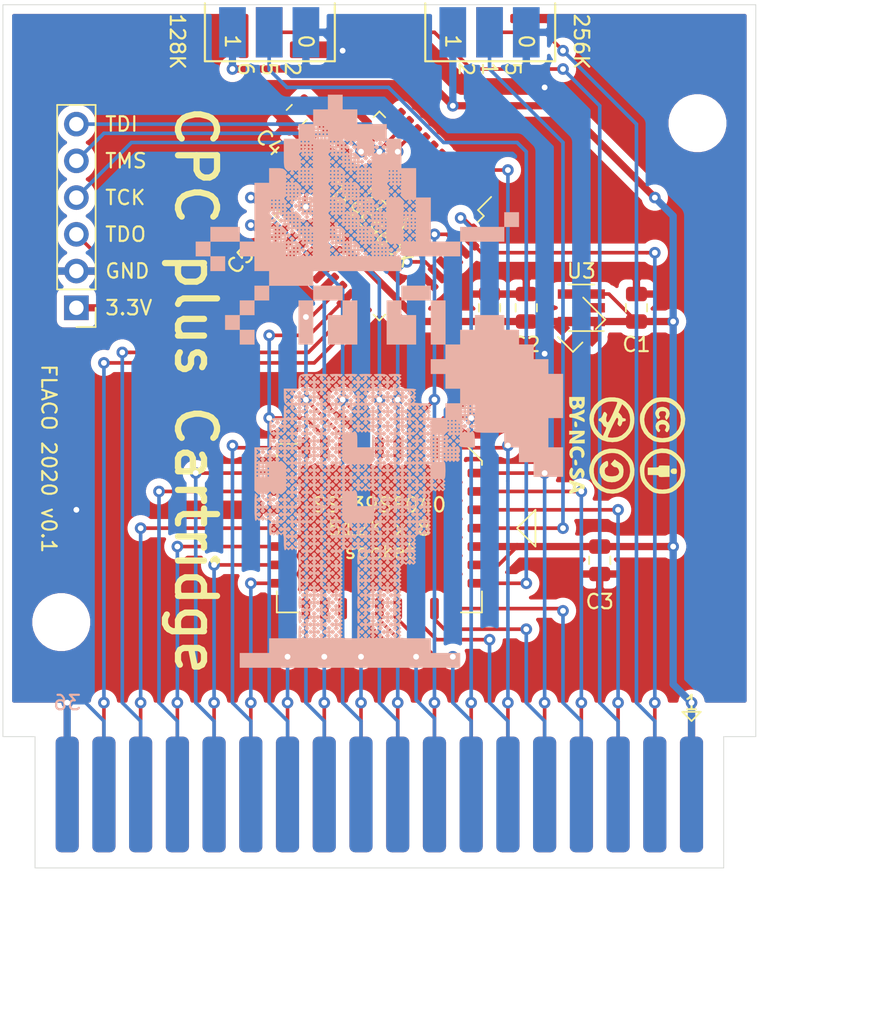
<source format=kicad_pcb>
(kicad_pcb (version 20171130) (host pcbnew 5.1.9-73d0e3b20d~88~ubuntu20.04.1)
  (layers (0 F.Cu signal) (31 B.Cu signal) (34 B.Paste user) (35 F.Paste user) (36 B.SilkS user) (37 F.SilkS user) (38 B.Mask user) (39 F.Mask user) (44 Edge.Cuts user))
  (net 0 "")
  (net 1 GND)
  (net 2 /CCLR)
  (net 3 /SIN)
  (net 4 /D3)
  (net 5 /D2)
  (net 6 /D4)
  (net 7 /D1)
  (net 8 /D5)
  (net 9 /D0)
  (net 10 /D6)
  (net 11 /A0)
  (net 12 /D7)
  (net 13 /A1)
  (net 14 /_CE)
  (net 15 /A2)
  (net 16 /A10)
  (net 17 /A3)
  (net 18 /A4)
  (net 19 /A11)
  (net 20 /A5)
  (net 21 /A9)
  (net 22 /A6)
  (net 23 /A8)
  (net 24 /A7)
  (net 25 /A13)
  (net 26 /A12)
  (net 27 /A14)
  (net 28 /A15)
  (net 29 /A17)
  (net 30 /A16)
  (net 31 /A18)
  (net 32 /CLK4)
  (net 33 +5V)
  (net 34 +3V3)
  (net 35 /TMS)
  (net 36 /TDI)
  (net 37 /TDO)
  (net 38 /TCK)
  (net 39 /ROMA17)
  (net 40 /ROMA18)
  (module Package_LCC:PLCC-32_11.4x14.0mm_P1.27mm (layer F.Cu) (at 153.67 111.125 270)
    (fp_text reference U1 hide)
    (fp_text value SST39SF040)
    (pad 32 smd roundrect (at 1.27 -6.8375 270) (size 0.6 1.475) (layers F.Cu F.Paste F.Mask) (net 33 +5V))
    (pad 31 smd roundrect (at 2.54 -6.8375 270) (size 0.6 1.475) (layers F.Cu F.Paste F.Mask) (net 33 +5V))
    (pad 30 smd roundrect (at 3.81 -6.8375 270) (size 0.6 1.475) (layers F.Cu F.Paste F.Mask) (net 39 /ROMA17))
    (pad 29 smd roundrect (at 5.5625 -5.08 270) (size 1.475 0.6) (layers F.Cu F.Paste F.Mask) (net 27 /A14))
    (pad 28 smd roundrect (at 5.5625 -3.81 270) (size 1.475 0.6) (layers F.Cu F.Paste F.Mask) (net 25 /A13))
    (pad 27 smd roundrect (at 5.5625 -2.54 270) (size 1.475 0.6) (layers F.Cu F.Paste F.Mask) (net 23 /A8))
    (pad 26 smd roundrect (at 5.5625 -1.27 270) (size 1.475 0.6) (layers F.Cu F.Paste F.Mask) (net 21 /A9))
    (pad 25 smd roundrect (at 5.5625 0 270) (size 1.475 0.6) (layers F.Cu F.Paste F.Mask) (net 19 /A11))
    (pad 24 smd roundrect (at 5.5625 1.27 270) (size 1.475 0.6) (layers F.Cu F.Paste F.Mask) (net 1 GND))
    (pad 23 smd roundrect (at 5.5625 2.54 270) (size 1.475 0.6) (layers F.Cu F.Paste F.Mask) (net 16 /A10))
    (pad 22 smd roundrect (at 5.5625 3.81 270) (size 1.475 0.6) (layers F.Cu F.Paste F.Mask) (net 14 /_CE))
    (pad 21 smd roundrect (at 5.5625 5.08 270) (size 1.475 0.6) (layers F.Cu F.Paste F.Mask) (net 12 /D7))
    (pad 20 smd roundrect (at 3.81 6.8375 270) (size 0.6 1.475) (layers F.Cu F.Paste F.Mask) (net 10 /D6))
    (pad 19 smd roundrect (at 2.54 6.8375 270) (size 0.6 1.475) (layers F.Cu F.Paste F.Mask) (net 8 /D5))
    (pad 18 smd roundrect (at 1.27 6.8375 270) (size 0.6 1.475) (layers F.Cu F.Paste F.Mask) (net 6 /D4))
    (pad 17 smd roundrect (at 0 6.8375 270) (size 0.6 1.475) (layers F.Cu F.Paste F.Mask) (net 4 /D3))
    (pad 16 smd roundrect (at -1.27 6.8375 270) (size 0.6 1.475) (layers F.Cu F.Paste F.Mask) (net 1 GND))
    (pad 15 smd roundrect (at -2.54 6.8375 270) (size 0.6 1.475) (layers F.Cu F.Paste F.Mask) (net 5 /D2))
    (pad 14 smd roundrect (at -3.81 6.8375 270) (size 0.6 1.475) (layers F.Cu F.Paste F.Mask) (net 7 /D1))
    (pad 13 smd roundrect (at -5.5625 5.08 270) (size 1.475 0.6) (layers F.Cu F.Paste F.Mask) (net 9 /D0))
    (pad 12 smd roundrect (at -5.5625 3.81 270) (size 1.475 0.6) (layers F.Cu F.Paste F.Mask) (net 11 /A0))
    (pad 11 smd roundrect (at -5.5625 2.54 270) (size 1.475 0.6) (layers F.Cu F.Paste F.Mask) (net 13 /A1))
    (pad 10 smd roundrect (at -5.5625 1.27 270) (size 1.475 0.6) (layers F.Cu F.Paste F.Mask) (net 15 /A2))
    (pad 9 smd roundrect (at -5.5625 0 270) (size 1.475 0.6) (layers F.Cu F.Paste F.Mask) (net 17 /A3))
    (pad 8 smd roundrect (at -5.5625 -1.27 270) (size 1.475 0.6) (layers F.Cu F.Paste F.Mask) (net 18 /A4))
    (pad 7 smd roundrect (at -5.5625 -2.54 270) (size 1.475 0.6) (layers F.Cu F.Paste F.Mask) (net 20 /A5))
    (pad 6 smd roundrect (at -5.5625 -3.81 270) (size 1.475 0.6) (layers F.Cu F.Paste F.Mask) (net 22 /A6))
    (pad 5 smd roundrect (at -5.5625 -5.08 270) (size 1.475 0.6) (layers F.Cu F.Paste F.Mask) (net 24 /A7))
    (pad 4 smd roundrect (at -3.81 -6.8375 270) (size 0.6 1.475) (layers F.Cu F.Paste F.Mask) (net 26 /A12))
    (pad 3 smd roundrect (at -2.54 -6.8375 270) (size 0.6 1.475) (layers F.Cu F.Paste F.Mask) (net 28 /A15))
    (pad 2 smd roundrect (at -1.27 -6.8375 270) (size 0.6 1.475) (layers F.Cu F.Paste F.Mask) (net 30 /A16))
    (pad 1 smd roundrect (at 0 -6.8375 270) (size 0.6 1.475) (layers F.Cu F.Paste F.Mask) (net 40 /ROMA18))
  )
  (module MountingHole:MountingHole_3mm (layer F.Cu) (at 131.67 117.62)
    (fp_text reference H2 hide)
    (fp_text value MountingHole)
    (pad 1 np_thru_hole circle (at 0 0) (size 3 3) (drill 3) (layers *.Cu *.Mask))
  )
  (module MountingHole:MountingHole_3mm (layer F.Cu) (at 175.67 83.12)
    (fp_text reference H1 hide)
    (fp_text value MountingHole)
    (pad 1 np_thru_hole circle (at 0 0) (size 3 3) (drill 3) (layers *.Cu *.Mask))
  )
  (module Sassa:PIC_Cassepanards_GS (layer B.Cu) (at 153.67 100.965 180)
    (fp_text reference FID2 hide)
    (fp_text value Logo hide)
  )
  (module Sassa:CC_BY_NC_SA_square_silkscreen (layer F.Cu) (at 170.815 105.41 270)
    (fp_text reference FID1 hide)
    (fp_text value License hide)
  )
  (module Sassa:Jumper_4_SPTT_P2.54mm_Edgemount (layer F.Cu) (at 161.29 76.835 180)
    (fp_text reference JP2 hide)
    (fp_text value 256k)
    (pad 4 smd rect (at 0 0 180) (size 1.846667 3.48) (layers F.Cu F.Paste F.Mask) (net 31 /A18))
    (pad 3 smd rect (at 2.54 0 180) (size 1.846667 3.48) (layers B.Cu B.Paste B.Mask) (net 33 +5V))
    (pad 1 smd rect (at 0 0 180) (size 1.846667 3.48) (layers B.Cu B.Paste B.Mask) (net 40 /ROMA18))
    (pad 2 smd rect (at -2.54 0 180) (size 1.846667 3.48) (layers B.Cu B.Paste B.Mask) (net 1 GND))
  )
  (module Sassa:Jumper_4_SPTT_P2.54mm_Edgemount (layer F.Cu) (at 146.05 76.835 180)
    (fp_text reference JP1 hide)
    (fp_text value 128k)
    (pad 4 smd rect (at 0 0 180) (size 1.846667 3.48) (layers F.Cu F.Paste F.Mask) (net 29 /A17))
    (pad 3 smd rect (at 2.54 0 180) (size 1.846667 3.48) (layers B.Cu B.Paste B.Mask) (net 33 +5V))
    (pad 1 smd rect (at 0 0 180) (size 1.846667 3.48) (layers B.Cu B.Paste B.Mask) (net 39 /ROMA17))
    (pad 2 smd rect (at -2.54 0 180) (size 1.846667 3.48) (layers B.Cu B.Paste B.Mask) (net 1 GND))
  )
  (module Package_TO_SOT_SMD:SOT-23 (layer F.Cu) (at 167.64 97.282 315)
    (fp_text reference U4 hide)
    (fp_text value XC6206PxxxMR)
    (pad 3 smd rect (at 1 0 315) (size 0.9 0.8) (layers F.Cu F.Paste F.Mask) (net 33 +5V))
    (pad 2 smd rect (at -1 0.95 315) (size 0.9 0.8) (layers F.Cu F.Paste F.Mask) (net 34 +3V3))
    (pad 1 smd rect (at -1 -0.95 315) (size 0.9 0.8) (layers F.Cu F.Paste F.Mask) (net 1 GND))
  )
  (module Package_TO_SOT_SMD:SOT-23-5 (layer F.Cu) (at 167.64 95.885 180)
    (fp_text reference U3 (at 0 2.54 unlocked) (layer F.SilkS))
    (fp_text value SPX3819M5-L-3-3)
    (pad 5 smd rect (at 1.1 -0.95 180) (size 1.06 0.65) (layers F.Cu F.Paste F.Mask) (net 34 +3V3))
    (pad 4 smd rect (at 1.1 0.95 180) (size 1.06 0.65) (layers F.Cu F.Paste F.Mask))
    (pad 3 smd rect (at -1.1 0.95 180) (size 1.06 0.65) (layers F.Cu F.Paste F.Mask) (net 33 +5V))
    (pad 2 smd rect (at -1.1 0 180) (size 1.06 0.65) (layers F.Cu F.Paste F.Mask) (net 1 GND))
    (pad 1 smd rect (at -1.1 -0.95 180) (size 1.06 0.65) (layers F.Cu F.Paste F.Mask) (net 33 +5V))
  )
  (module Package_QFP:LQFP-44_10x10mm_P0.8mm (layer F.Cu) (at 153.67 89.535 225)
    (fp_text reference U2 hide)
    (fp_text value XC9536XL-VQ44)
    (pad 1 smd roundrect (at -5.6625 -4 225) (size 1.475 0.55) (layers F.Cu F.Paste F.Mask))
    (pad 2 smd roundrect (at -5.6625 -3.2 225) (size 1.475 0.55) (layers F.Cu F.Paste F.Mask) (net 24 /A7))
    (pad 3 smd roundrect (at -5.6625 -2.4 225) (size 1.475 0.55) (layers F.Cu F.Paste F.Mask))
    (pad 4 smd roundrect (at -5.6625 -1.6 225) (size 1.475 0.55) (layers F.Cu F.Paste F.Mask) (net 1 GND))
    (pad 5 smd roundrect (at -5.6625 -0.8 225) (size 1.475 0.55) (layers F.Cu F.Paste F.Mask))
    (pad 6 smd roundrect (at -5.6625 0 225) (size 1.475 0.55) (layers F.Cu F.Paste F.Mask))
    (pad 7 smd roundrect (at -5.6625 0.8 225) (size 1.475 0.55) (layers F.Cu F.Paste F.Mask))
    (pad 8 smd roundrect (at -5.6625 1.6 225) (size 1.475 0.55) (layers F.Cu F.Paste F.Mask))
    (pad 9 smd roundrect (at -5.6625 2.4 225) (size 1.475 0.55) (layers F.Cu F.Paste F.Mask) (net 36 /TDI))
    (pad 10 smd roundrect (at -5.6625 3.2 225) (size 1.475 0.55) (layers F.Cu F.Paste F.Mask) (net 35 /TMS))
    (pad 11 smd roundrect (at -5.6625 4 225) (size 1.475 0.55) (layers F.Cu F.Paste F.Mask) (net 38 /TCK))
    (pad 12 smd roundrect (at -4 5.6625 225) (size 0.55 1.475) (layers F.Cu F.Paste F.Mask))
    (pad 13 smd roundrect (at -3.2 5.6625 225) (size 0.55 1.475) (layers F.Cu F.Paste F.Mask))
    (pad 14 smd roundrect (at -2.4 5.6625 225) (size 0.55 1.475) (layers F.Cu F.Paste F.Mask))
    (pad 15 smd roundrect (at -1.6 5.6625 225) (size 0.55 1.475) (layers F.Cu F.Paste F.Mask) (net 34 +3V3))
    (pad 16 smd roundrect (at -0.8 5.6625 225) (size 0.55 1.475) (layers F.Cu F.Paste F.Mask))
    (pad 17 smd roundrect (at 0 5.6625 225) (size 0.55 1.475) (layers F.Cu F.Paste F.Mask) (net 1 GND))
    (pad 18 smd roundrect (at 0.8 5.6625 225) (size 0.55 1.475) (layers F.Cu F.Paste F.Mask))
    (pad 19 smd roundrect (at 1.6 5.6625 225) (size 0.55 1.475) (layers F.Cu F.Paste F.Mask))
    (pad 20 smd roundrect (at 2.4 5.6625 225) (size 0.55 1.475) (layers F.Cu F.Paste F.Mask) (net 17 /A3))
    (pad 21 smd roundrect (at 3.2 5.6625 225) (size 0.55 1.475) (layers F.Cu F.Paste F.Mask))
    (pad 22 smd roundrect (at 4 5.6625 225) (size 0.55 1.475) (layers F.Cu F.Paste F.Mask) (net 15 /A2))
    (pad 23 smd roundrect (at 5.6625 4 225) (size 1.475 0.55) (layers F.Cu F.Paste F.Mask) (net 14 /_CE))
    (pad 24 smd roundrect (at 5.6625 3.2 225) (size 1.475 0.55) (layers F.Cu F.Paste F.Mask) (net 37 /TDO))
    (pad 25 smd roundrect (at 5.6625 2.4 225) (size 1.475 0.55) (layers F.Cu F.Paste F.Mask) (net 1 GND))
    (pad 26 smd roundrect (at 5.6625 1.6 225) (size 1.475 0.55) (layers F.Cu F.Paste F.Mask) (net 34 +3V3))
    (pad 27 smd roundrect (at 5.6625 0.8 225) (size 1.475 0.55) (layers F.Cu F.Paste F.Mask))
    (pad 28 smd roundrect (at 5.6625 0 225) (size 1.475 0.55) (layers F.Cu F.Paste F.Mask))
    (pad 29 smd roundrect (at 5.6625 -0.8 225) (size 1.475 0.55) (layers F.Cu F.Paste F.Mask))
    (pad 30 smd roundrect (at 5.6625 -1.6 225) (size 1.475 0.55) (layers F.Cu F.Paste F.Mask) (net 13 /A1))
    (pad 31 smd roundrect (at 5.6625 -2.4 225) (size 1.475 0.55) (layers F.Cu F.Paste F.Mask) (net 11 /A0))
    (pad 32 smd roundrect (at 5.6625 -3.2 225) (size 1.475 0.55) (layers F.Cu F.Paste F.Mask) (net 3 /SIN))
    (pad 33 smd roundrect (at 5.6625 -4 225) (size 1.475 0.55) (layers F.Cu F.Paste F.Mask) (net 2 /CCLR))
    (pad 34 smd roundrect (at 4 -5.6625 225) (size 0.55 1.475) (layers F.Cu F.Paste F.Mask))
    (pad 35 smd roundrect (at 3.2 -5.6625 225) (size 0.55 1.475) (layers F.Cu F.Paste F.Mask) (net 34 +3V3))
    (pad 36 smd roundrect (at 2.4 -5.6625 225) (size 0.55 1.475) (layers F.Cu F.Paste F.Mask))
    (pad 37 smd roundrect (at 1.6 -5.6625 225) (size 0.55 1.475) (layers F.Cu F.Paste F.Mask))
    (pad 38 smd roundrect (at 0.8 -5.6625 225) (size 0.55 1.475) (layers F.Cu F.Paste F.Mask))
    (pad 39 smd roundrect (at 0 -5.6625 225) (size 0.55 1.475) (layers F.Cu F.Paste F.Mask) (net 18 /A4))
    (pad 40 smd roundrect (at -0.8 -5.6625 225) (size 0.55 1.475) (layers F.Cu F.Paste F.Mask))
    (pad 41 smd roundrect (at -1.6 -5.6625 225) (size 0.55 1.475) (layers F.Cu F.Paste F.Mask))
    (pad 42 smd roundrect (at -2.4 -5.6625 225) (size 0.55 1.475) (layers F.Cu F.Paste F.Mask) (net 20 /A5))
    (pad 43 smd roundrect (at -3.2 -5.6625 225) (size 0.55 1.475) (layers F.Cu F.Paste F.Mask) (net 32 /CLK4))
    (pad 44 smd roundrect (at -4 -5.6625 225) (size 0.55 1.475) (layers F.Cu F.Paste F.Mask) (net 22 /A6))
  )
  (module Connector_PinHeader_2.54mm:PinHeader_1x06_P2.54mm_Vertical (layer F.Cu) (at 132.715 95.885 180)
    (fp_text reference J2 hide)
    (fp_text value JTAG)
    (pad 1 thru_hole rect (at 0 0 180) (size 1.7 1.7) (drill 1) (layers *.Cu *.Mask) (net 34 +3V3))
    (pad 2 thru_hole oval (at 0 2.54 180) (size 1.7 1.7) (drill 1) (layers *.Cu *.Mask) (net 1 GND))
    (pad 3 thru_hole oval (at 0 5.08 180) (size 1.7 1.7) (drill 1) (layers *.Cu *.Mask) (net 37 /TDO))
    (pad 4 thru_hole oval (at 0 7.62 180) (size 1.7 1.7) (drill 1) (layers *.Cu *.Mask) (net 38 /TCK))
    (pad 5 thru_hole oval (at 0 10.16 180) (size 1.7 1.7) (drill 1) (layers *.Cu *.Mask) (net 35 /TMS))
    (pad 6 thru_hole oval (at 0 12.7 180) (size 1.7 1.7) (drill 1) (layers *.Cu *.Mask) (net 36 /TDI))
  )
  (module Capacitor_SMD:C_0805_2012Metric (layer F.Cu) (at 161.29 95.885 90)
    (fp_text reference C6 (at -2.54 0 unlocked) (layer F.SilkS))
    (fp_text value 100nF)
    (pad 2 smd roundrect (at 0.95 0 90) (size 1 1.45) (layers F.Cu F.Paste F.Mask) (net 1 GND))
    (pad 1 smd roundrect (at -0.95 0 90) (size 1 1.45) (layers F.Cu F.Paste F.Mask) (net 34 +3V3))
  )
  (module Capacitor_SMD:C_0805_2012Metric (layer F.Cu) (at 145.8595 94.4245 135)
    (fp_text reference C5 (at 2.54 0 45 unlocked) (layer F.SilkS))
    (fp_text value 100nF)
    (pad 2 smd roundrect (at 0.95 0 135) (size 1 1.45) (layers F.Cu F.Paste F.Mask) (net 1 GND))
    (pad 1 smd roundrect (at -0.95 0 135) (size 1 1.45) (layers F.Cu F.Paste F.Mask) (net 34 +3V3))
  )
  (module Capacitor_SMD:C_0805_2012Metric (layer F.Cu) (at 147.955 82.55 225)
    (fp_text reference C4 (at 2.694077 0 315 unlocked) (layer F.SilkS))
    (fp_text value 100nF)
    (pad 2 smd roundrect (at 0.95 0 225) (size 1 1.45) (layers F.Cu F.Paste F.Mask) (net 1 GND))
    (pad 1 smd roundrect (at -0.95 0 225) (size 1 1.45) (layers F.Cu F.Paste F.Mask) (net 34 +3V3))
  )
  (module Capacitor_SMD:C_0805_2012Metric (layer F.Cu) (at 168.91 113.345 270)
    (fp_text reference C3 (at 2.86 0 unlocked) (layer F.SilkS))
    (fp_text value 100nF)
    (pad 2 smd roundrect (at 0.95 0 270) (size 1 1.45) (layers F.Cu F.Paste F.Mask) (net 1 GND))
    (pad 1 smd roundrect (at -0.95 0 270) (size 1 1.45) (layers F.Cu F.Paste F.Mask) (net 33 +5V))
  )
  (module Capacitor_SMD:C_0805_2012Metric (layer F.Cu) (at 163.83 95.885 90)
    (fp_text reference C2 (at -2.54 0 unlocked) (layer F.SilkS))
    (fp_text value 2.2uf)
    (pad 2 smd roundrect (at 0.95 0 90) (size 1 1.45) (layers F.Cu F.Paste F.Mask) (net 1 GND))
    (pad 1 smd roundrect (at -0.95 0 90) (size 1 1.45) (layers F.Cu F.Paste F.Mask) (net 34 +3V3))
  )
  (module Capacitor_SMD:C_0805_2012Metric (layer F.Cu) (at 171.45 95.885 90)
    (fp_text reference C1 (at -2.54 0 unlocked) (layer F.SilkS))
    (fp_text value 2.2uf)
    (pad 2 smd roundrect (at 0.95 0 90) (size 1 1.45) (layers F.Cu F.Paste F.Mask) (net 1 GND))
    (pad 1 smd roundrect (at -0.95 0 90) (size 1 1.45) (layers F.Cu F.Paste F.Mask) (net 33 +5V))
  )
  (module Sassa:Amstrad-CPC-plus-cartridge (layer F.Cu) (at 175.26 129.54)
    (fp_text reference J1 hide)
    (fp_text value Amstrad-CPC-plus-cartridge)
    (pad 36 smd roundrect (at -43.18 0) (size 1.6 8) (layers B.Cu B.Paste B.Mask) (net 1 GND))
    (pad 35 smd roundrect (at -43.18 0) (size 1.6 8) (layers F.Cu F.Paste F.Mask) (net 1 GND))
    (pad 34 smd roundrect (at -40.64 0) (size 1.6 8) (layers B.Cu B.Paste B.Mask) (net 1 GND))
    (pad 33 smd roundrect (at -40.64 0) (size 1.6 8) (layers F.Cu F.Paste F.Mask) (net 2 /CCLR))
    (pad 32 smd roundrect (at -38.1 0) (size 1.6 8) (layers B.Cu B.Paste B.Mask) (net 3 /SIN))
    (pad 31 smd roundrect (at -38.1 0) (size 1.6 8) (layers F.Cu F.Paste F.Mask) (net 4 /D3))
    (pad 30 smd roundrect (at -35.56 0) (size 1.6 8) (layers B.Cu B.Paste B.Mask) (net 5 /D2))
    (pad 29 smd roundrect (at -35.56 0) (size 1.6 8) (layers F.Cu F.Paste F.Mask) (net 6 /D4))
    (pad 28 smd roundrect (at -33.02 0) (size 1.6 8) (layers B.Cu B.Paste B.Mask) (net 7 /D1))
    (pad 27 smd roundrect (at -33.02 0) (size 1.6 8) (layers F.Cu F.Paste F.Mask) (net 8 /D5))
    (pad 26 smd roundrect (at -30.48 0) (size 1.6 8) (layers B.Cu B.Paste B.Mask) (net 9 /D0))
    (pad 25 smd roundrect (at -30.48 0) (size 1.6 8) (layers F.Cu F.Paste F.Mask) (net 10 /D6))
    (pad 24 smd roundrect (at -27.94 0) (size 1.6 8) (layers B.Cu B.Paste B.Mask) (net 11 /A0))
    (pad 23 smd roundrect (at -27.94 0) (size 1.6 8) (layers F.Cu F.Paste F.Mask) (net 12 /D7))
    (pad 22 smd roundrect (at -25.4 0) (size 1.6 8) (layers B.Cu B.Paste B.Mask) (net 13 /A1))
    (pad 21 smd roundrect (at -25.4 0) (size 1.6 8) (layers F.Cu F.Paste F.Mask) (net 14 /_CE))
    (pad 20 smd roundrect (at -22.86 0) (size 1.6 8) (layers B.Cu B.Paste B.Mask) (net 15 /A2))
    (pad 19 smd roundrect (at -22.86 0) (size 1.6 8) (layers F.Cu F.Paste F.Mask) (net 16 /A10))
    (pad 18 smd roundrect (at -20.32 0) (size 1.6 8) (layers B.Cu B.Paste B.Mask) (net 17 /A3))
    (pad 17 smd roundrect (at -20.32 0) (size 1.6 8) (layers F.Cu F.Paste F.Mask) (net 18 /A4))
    (pad 16 smd roundrect (at -17.78 0) (size 1.6 8) (layers B.Cu B.Paste B.Mask) (net 19 /A11))
    (pad 15 smd roundrect (at -17.78 0) (size 1.6 8) (layers F.Cu F.Paste F.Mask) (net 20 /A5))
    (pad 14 smd roundrect (at -15.24 0) (size 1.6 8) (layers B.Cu B.Paste B.Mask) (net 21 /A9))
    (pad 13 smd roundrect (at -15.24 0) (size 1.6 8) (layers F.Cu F.Paste F.Mask) (net 22 /A6))
    (pad 12 smd roundrect (at -12.7 0) (size 1.6 8) (layers B.Cu B.Paste B.Mask) (net 23 /A8))
    (pad 11 smd roundrect (at -12.7 0) (size 1.6 8) (layers F.Cu F.Paste F.Mask) (net 24 /A7))
    (pad 10 smd roundrect (at -10.16 0) (size 1.6 8) (layers B.Cu B.Paste B.Mask) (net 25 /A13))
    (pad 9 smd roundrect (at -10.16 0) (size 1.6 8) (layers F.Cu F.Paste F.Mask) (net 26 /A12))
    (pad 8 smd roundrect (at -7.62 0) (size 1.6 8) (layers B.Cu B.Paste B.Mask) (net 27 /A14))
    (pad 7 smd roundrect (at -7.62 0) (size 1.6 8) (layers F.Cu F.Paste F.Mask) (net 28 /A15))
    (pad 6 smd roundrect (at -5.08 0) (size 1.6 8) (layers B.Cu B.Paste B.Mask) (net 29 /A17))
    (pad 5 smd roundrect (at -5.08 0) (size 1.6 8) (layers F.Cu F.Paste F.Mask) (net 30 /A16))
    (pad 4 smd roundrect (at -2.54 0) (size 1.6 8) (layers B.Cu B.Paste B.Mask) (net 31 /A18))
    (pad 3 smd roundrect (at -2.54 0) (size 1.6 8) (layers F.Cu F.Paste F.Mask) (net 32 /CLK4))
    (pad 2 smd roundrect (at 0 0) (size 1.6 8) (layers B.Cu B.Paste B.Mask) (net 33 +5V))
    (pad 1 smd roundrect (at 0 0) (size 1.6 8) (layers F.Cu F.Paste F.Mask) (net 33 +5V))
  )
  (gr_line (start 129.8575 125.5395) (end 127.635 125.5395) (layer Edge.Cuts) (width 0.05))
  (gr_line (start 177.4825 125.5395) (end 179.705 125.5395) (layer Edge.Cuts) (width 0.05))
  (gr_line (start 179.705 74.93) (end 179.705 125.5395) (layer Edge.Cuts) (width 0.05))
  (gr_line (start 127.635 125.5395) (end 127.635 74.93) (layer Edge.Cuts) (width 0.05))
  (gr_line (start 129.8575 134.62) (end 129.8575 125.5395) (layer Edge.Cuts) (width 0.05))
  (gr_line (start 177.4825 134.62) (end 177.4825 125.5395) (layer Edge.Cuts) (width 0.05))
  (gr_text 3.3V (at 134.62 95.885) (layer F.SilkS) (effects (font (size 1 1)) (justify left)))
  (gr_text GND (at 134.62 93.345) (layer F.SilkS) (effects (font (size 1 1)) (justify left)))
  (gr_text TDI (at 134.62 83.185) (layer F.SilkS) (effects (font (size 1 1)) (justify left)))
  (gr_text TMS (at 134.62 85.725) (layer F.SilkS) (effects (font (size 1 1)) (justify left)))
  (gr_text TCK (at 134.62 88.265) (layer F.SilkS) (effects (font (size 1 1)) (justify left)))
  (gr_text TDO (at 134.62 90.805) (layer F.SilkS) (effects (font (size 1 1)) (justify left)))
  (gr_text "FLACO 2020 v0.1" (at 130.81 99.695 -90) (layer F.SilkS) (effects (font (size 1 1)) (justify left)))
  (gr_line (start 164.465 112.395) (end 163.195 111.125) (layer F.SilkS) (width 0.12))
  (gr_line (start 164.465 109.855) (end 164.465 112.395) (layer F.SilkS) (width 0.12))
  (gr_line (start 163.195 111.125) (end 164.465 109.855) (layer F.SilkS) (width 0.12))
  (gr_text "CPC plus Cartridge" (at 140.97 101.6 -90) (layer F.SilkS) (effects (font (size 2.7 2.7) (thickness 0.43))))
  (gr_text 36 (at 132.08 123.19) (layer B.SilkS) (effects (font (size 1 1)) (justify mirror)))
  (gr_line (start 175.26 124.46) (end 174.625 123.825) (layer F.SilkS) (width 0.12))
  (gr_line (start 175.895 123.825) (end 175.26 124.46) (layer F.SilkS) (width 0.12))
  (gr_line (start 174.625 123.825) (end 175.895 123.825) (layer F.SilkS) (width 0.12))
  (gr_text 1 (at 175.26 123.19) (layer F.SilkS) (effects (font (size 1 1))))
  (gr_text "5\n1\n2" (at 161.29 79.375 270) (layer F.SilkS) (effects (font (size 1 1))))
  (gr_text "2\n5\n6" (at 146.05 79.375 270) (layer F.SilkS) (effects (font (size 1 1))))
  (gr_text 0 (at 163.83 77.47 270) (layer F.SilkS) (effects (font (size 1 1))))
  (gr_text 1 (at 158.75 77.47 270) (layer F.SilkS) (effects (font (size 1 1))))
  (gr_text 0 (at 148.59 77.47 270) (layer F.SilkS) (effects (font (size 1 1))))
  (gr_text 1 (at 143.51 77.47 270) (layer F.SilkS) (effects (font (size 1 1))))
  (gr_text "XC9536XL\nVQ44" (at 153.67 89.535 135) (layer F.SilkS) (effects (font (size 1 1))))
  (gr_text "SST39SF040\n512K x 8\nsocket" (at 153.67 111.125) (layer F.SilkS) (effects (font (size 1 1))))
  (gr_text 256K (at 167.64 77.47 270) (layer F.SilkS) (effects (font (size 1 1))))
  (gr_text 128K (at 139.7 77.47 270) (layer F.SilkS) (effects (font (size 1 1))))
  (gr_line (start 127.635 74.93) (end 179.705 74.93) (layer Edge.Cuts) (width 0.05))
  (gr_line (start 129.8575 134.62) (end 177.4825 134.62) (layer Edge.Cuts) (width 0.05))
  (segment (start 167.622787 95.885) (end 167.604645 95.903142) (width 0.5) (layer F.Cu) (net 1))
  (segment (start 168.74 95.885) (end 167.622787 95.885) (width 0.5) (layer F.Cu) (net 1))
  (segment (start 132.08 129.54) (end 132.08 123.19) (width 0.5) (layer B.Cu) (net 1))
  (segment (start 132.08 129.54) (end 132.08 123.19) (width 0.5) (layer F.Cu) (net 1))
  (via (at 132.08 123.19) (size 0.8) (drill 0.4) (layers F.Cu B.Cu) (net 1))
  (segment (start 133.35 123.19) (end 132.08 123.19) (width 0.25) (layer B.Cu) (net 1))
  (segment (start 134.62 124.46) (end 133.35 123.19) (width 0.25) (layer B.Cu) (net 1))
  (segment (start 134.62 129.54) (end 134.62 124.46) (width 0.25) (layer B.Cu) (net 1))
  (segment (start 132.08 123.19) (end 132.08 122.555) (width 0.5) (layer F.Cu) (net 1))
  (segment (start 132.08 123.19) (end 132.08 122.555) (width 0.5) (layer B.Cu) (net 1))
  (segment (start 163.83 96.835) (end 161.29 96.835) (width 0.5) (layer F.Cu) (net 34))
  (via (at 165.1 99.06) (size 0.8) (drill 0.4) (layers F.Cu B.Cu) (net 1))
  (segment (start 167.604645 95.903142) (end 167.604645 97.435357) (width 0.5) (layer F.Cu) (net 1))
  (segment (start 167.604645 97.435357) (end 165.980002 99.06) (width 0.5) (layer F.Cu) (net 1))
  (segment (start 165.980002 99.06) (end 165.1 99.06) (width 0.5) (layer F.Cu) (net 1))
  (segment (start 134.62 129.54) (end 134.62 123.19) (width 0.25) (layer F.Cu) (net 2))
  (via (at 134.62 123.19) (size 0.8) (drill 0.4) (layers F.Cu B.Cu) (net 2))
  (via (at 137.16 123.19) (size 0.8) (drill 0.4) (layers F.Cu B.Cu) (net 4))
  (segment (start 137.16 129.54) (end 137.16 123.19) (width 0.25) (layer F.Cu) (net 4))
  (via (at 137.16 111.125) (size 0.8) (drill 0.4) (layers F.Cu B.Cu) (net 4))
  (segment (start 146.8325 111.125) (end 137.16 111.125) (width 0.25) (layer F.Cu) (net 4))
  (segment (start 137.16 111.125) (end 137.16 123.19) (width 0.25) (layer B.Cu) (net 4))
  (via (at 138.43 108.585) (size 0.8) (drill 0.4) (layers F.Cu B.Cu) (net 5))
  (segment (start 146.8325 108.585) (end 138.43 108.585) (width 0.25) (layer F.Cu) (net 5))
  (segment (start 138.43 123.19) (end 138.43 108.585) (width 0.25) (layer B.Cu) (net 5))
  (segment (start 139.7 124.46) (end 138.43 123.19) (width 0.25) (layer B.Cu) (net 5))
  (segment (start 139.7 129.54) (end 139.7 124.46) (width 0.25) (layer B.Cu) (net 5))
  (segment (start 139.7 129.54) (end 139.7 123.19) (width 0.25) (layer F.Cu) (net 6))
  (via (at 139.7 123.19) (size 0.8) (drill 0.4) (layers F.Cu B.Cu) (net 6))
  (via (at 139.7 112.395) (size 0.8) (drill 0.4) (layers F.Cu B.Cu) (net 6))
  (segment (start 146.8325 112.395) (end 139.7 112.395) (width 0.25) (layer F.Cu) (net 6))
  (segment (start 139.7 112.395) (end 139.7 123.19) (width 0.25) (layer B.Cu) (net 6))
  (segment (start 142.24 124.46) (end 142.24 129.54) (width 0.25) (layer B.Cu) (net 7))
  (segment (start 140.97 123.19) (end 142.24 124.46) (width 0.25) (layer B.Cu) (net 7))
  (via (at 140.97 107.315) (size 0.8) (drill 0.4) (layers F.Cu B.Cu) (net 7))
  (segment (start 146.8325 107.315) (end 140.97 107.315) (width 0.25) (layer F.Cu) (net 7))
  (segment (start 140.97 107.315) (end 140.97 123.19) (width 0.25) (layer B.Cu) (net 7))
  (segment (start 142.24 129.54) (end 142.24 123.19) (width 0.25) (layer F.Cu) (net 8))
  (via (at 142.24 123.19) (size 0.8) (drill 0.4) (layers F.Cu B.Cu) (net 8))
  (via (at 142.24 113.665) (size 0.8) (drill 0.4) (layers F.Cu B.Cu) (net 8))
  (segment (start 146.8325 113.665) (end 142.24 113.665) (width 0.25) (layer F.Cu) (net 8))
  (segment (start 142.24 113.665) (end 142.24 123.19) (width 0.25) (layer B.Cu) (net 8))
  (segment (start 144.78 124.46) (end 143.51 123.19) (width 0.25) (layer B.Cu) (net 9))
  (segment (start 144.78 129.54) (end 144.78 124.46) (width 0.25) (layer B.Cu) (net 9))
  (via (at 143.51 105.41) (size 0.8) (drill 0.4) (layers F.Cu B.Cu) (net 9))
  (segment (start 143.6625 105.5625) (end 143.51 105.41) (width 0.25) (layer F.Cu) (net 9))
  (segment (start 148.59 105.5625) (end 143.6625 105.5625) (width 0.25) (layer F.Cu) (net 9))
  (segment (start 143.51 123.19) (end 143.51 105.41) (width 0.25) (layer B.Cu) (net 9))
  (segment (start 144.78 129.54) (end 144.78 123.19) (width 0.25) (layer F.Cu) (net 10))
  (via (at 144.78 123.19) (size 0.8) (drill 0.4) (layers F.Cu B.Cu) (net 10))
  (via (at 144.78 114.935) (size 0.8) (drill 0.4) (layers F.Cu B.Cu) (net 10))
  (segment (start 144.78 123.19) (end 144.78 114.935) (width 0.25) (layer B.Cu) (net 10))
  (segment (start 146.8325 114.935) (end 144.78 114.935) (width 0.25) (layer F.Cu) (net 10))
  (segment (start 147.32 124.46) (end 146.05 123.19) (width 0.25) (layer B.Cu) (net 11))
  (segment (start 147.32 129.54) (end 147.32 124.46) (width 0.25) (layer B.Cu) (net 11))
  (via (at 146.05 103.505) (size 0.8) (drill 0.4) (layers F.Cu B.Cu) (net 11))
  (segment (start 148.54 103.505) (end 146.05 103.505) (width 0.25) (layer F.Cu) (net 11))
  (segment (start 149.86 104.825) (end 148.54 103.505) (width 0.25) (layer F.Cu) (net 11))
  (segment (start 149.86 105.5625) (end 149.86 104.825) (width 0.25) (layer F.Cu) (net 11))
  (segment (start 146.05 123.19) (end 146.05 103.505) (width 0.25) (layer B.Cu) (net 11))
  (segment (start 147.32 129.54) (end 147.32 123.19) (width 0.25) (layer F.Cu) (net 12))
  (via (at 147.32 123.19) (size 0.8) (drill 0.4) (layers F.Cu B.Cu) (net 12))
  (via (at 147.32 120.015) (size 0.8) (drill 0.4) (layers F.Cu B.Cu) (net 12))
  (segment (start 148.59 118.745) (end 147.32 120.015) (width 0.25) (layer F.Cu) (net 12))
  (segment (start 148.59 116.6875) (end 148.59 118.745) (width 0.25) (layer F.Cu) (net 12))
  (segment (start 147.32 120.015) (end 147.32 123.19) (width 0.25) (layer B.Cu) (net 12))
  (segment (start 149.86 124.46) (end 148.59 123.19) (width 0.25) (layer B.Cu) (net 13))
  (segment (start 149.86 129.54) (end 149.86 124.46) (width 0.25) (layer B.Cu) (net 13))
  (via (at 148.59 102.235) (size 0.8) (drill 0.4) (layers F.Cu B.Cu) (net 13))
  (segment (start 151.13 104.775) (end 148.59 102.235) (width 0.25) (layer F.Cu) (net 13))
  (segment (start 151.13 105.5625) (end 151.13 104.775) (width 0.25) (layer F.Cu) (net 13))
  (segment (start 148.59 123.19) (end 148.59 102.235) (width 0.25) (layer B.Cu) (net 13))
  (segment (start 149.86 129.54) (end 149.86 123.19) (width 0.25) (layer F.Cu) (net 14))
  (via (at 149.86 123.19) (size 0.8) (drill 0.4) (layers F.Cu B.Cu) (net 14))
  (segment (start 149.86 116.6875) (end 149.86 120.015) (width 0.25) (layer F.Cu) (net 14))
  (via (at 149.86 120.015) (size 0.8) (drill 0.4) (layers F.Cu B.Cu) (net 14))
  (segment (start 149.86 120.015) (end 149.86 123.19) (width 0.25) (layer B.Cu) (net 14))
  (segment (start 152.4 124.46) (end 151.13 123.19) (width 0.25) (layer B.Cu) (net 15))
  (segment (start 152.4 129.54) (end 152.4 124.46) (width 0.25) (layer B.Cu) (net 15))
  (via (at 151.13 102.235) (size 0.8) (drill 0.4) (layers F.Cu B.Cu) (net 15))
  (segment (start 152.4 103.505) (end 151.13 102.235) (width 0.25) (layer F.Cu) (net 15))
  (segment (start 152.4 105.5625) (end 152.4 103.505) (width 0.25) (layer F.Cu) (net 15))
  (segment (start 151.13 123.19) (end 151.13 102.235) (width 0.25) (layer B.Cu) (net 15))
  (segment (start 152.4 129.54) (end 152.4 123.19) (width 0.25) (layer F.Cu) (net 16))
  (via (at 152.4 123.19) (size 0.8) (drill 0.4) (layers F.Cu B.Cu) (net 16))
  (via (at 152.4 120.015) (size 0.8) (drill 0.4) (layers F.Cu B.Cu) (net 16))
  (segment (start 151.13 118.745) (end 152.4 120.015) (width 0.25) (layer F.Cu) (net 16))
  (segment (start 151.13 116.6875) (end 151.13 118.745) (width 0.25) (layer F.Cu) (net 16))
  (segment (start 152.4 120.015) (end 152.4 123.19) (width 0.25) (layer B.Cu) (net 16))
  (segment (start 154.94 124.46) (end 153.67 123.19) (width 0.25) (layer B.Cu) (net 17))
  (segment (start 154.94 129.54) (end 154.94 124.46) (width 0.25) (layer B.Cu) (net 17))
  (via (at 153.67 102.235) (size 0.8) (drill 0.4) (layers F.Cu B.Cu) (net 17))
  (segment (start 153.67 105.5625) (end 153.67 102.235) (width 0.25) (layer F.Cu) (net 17))
  (segment (start 153.67 123.19) (end 153.67 102.235) (width 0.25) (layer B.Cu) (net 17))
  (via (at 154.94 123.189998) (size 0.8) (drill 0.4) (layers F.Cu B.Cu) (net 18))
  (segment (start 154.94 129.54) (end 154.94 123.189998) (width 0.25) (layer F.Cu) (net 18))
  (via (at 154.94 102.235) (size 0.8) (drill 0.4) (layers F.Cu B.Cu) (net 18))
  (segment (start 154.94 105.5625) (end 154.94 102.235) (width 0.25) (layer F.Cu) (net 18))
  (segment (start 154.94 102.235) (end 154.94 123.189998) (width 0.25) (layer B.Cu) (net 18))
  (via (at 156.21 120.015) (size 0.8) (drill 0.4) (layers F.Cu B.Cu) (net 19))
  (segment (start 153.67 117.475) (end 156.21 120.015) (width 0.25) (layer F.Cu) (net 19))
  (segment (start 153.67 116.6875) (end 153.67 117.475) (width 0.25) (layer F.Cu) (net 19))
  (segment (start 157.48 124.263002) (end 157.48 129.54) (width 0.25) (layer B.Cu) (net 19))
  (segment (start 156.21 122.993002) (end 157.48 124.263002) (width 0.25) (layer B.Cu) (net 19))
  (segment (start 156.21 120.015) (end 156.21 122.993002) (width 0.25) (layer B.Cu) (net 19))
  (segment (start 157.48 129.54) (end 157.48 123.19) (width 0.25) (layer F.Cu) (net 20))
  (via (at 157.48 123.19) (size 0.8) (drill 0.4) (layers F.Cu B.Cu) (net 20))
  (via (at 157.48 102.235) (size 0.8) (drill 0.4) (layers F.Cu B.Cu) (net 20))
  (segment (start 156.21 103.505) (end 157.48 102.235) (width 0.25) (layer F.Cu) (net 20))
  (segment (start 156.21 105.5625) (end 156.21 103.505) (width 0.25) (layer F.Cu) (net 20))
  (segment (start 157.48 123.19) (end 157.48 102.235) (width 0.25) (layer B.Cu) (net 20))
  (segment (start 160.02 124.46) (end 160.02 129.54) (width 0.25) (layer B.Cu) (net 21))
  (segment (start 158.75 123.19) (end 160.02 124.46) (width 0.25) (layer B.Cu) (net 21))
  (segment (start 157.53 120.015) (end 158.75 120.015) (width 0.25) (layer F.Cu) (net 21))
  (segment (start 154.94 117.425) (end 157.53 120.015) (width 0.25) (layer F.Cu) (net 21))
  (segment (start 154.94 116.6875) (end 154.94 117.425) (width 0.25) (layer F.Cu) (net 21))
  (segment (start 158.75 120.015) (end 158.75 123.19) (width 0.25) (layer B.Cu) (net 21))
  (via (at 158.75 120.015) (size 0.8) (drill 0.4) (layers F.Cu B.Cu) (net 21))
  (via (at 160.02 123.19) (size 0.8) (drill 0.4) (layers F.Cu B.Cu) (net 22))
  (segment (start 160.02 129.54) (end 160.02 123.19) (width 0.25) (layer F.Cu) (net 22))
  (via (at 160.02 103.505) (size 0.8) (drill 0.4) (layers F.Cu B.Cu) (net 22))
  (segment (start 158.115 103.505) (end 160.02 103.505) (width 0.25) (layer F.Cu) (net 22))
  (segment (start 157.48 104.14) (end 158.115 103.505) (width 0.25) (layer F.Cu) (net 22))
  (segment (start 157.48 105.5625) (end 157.48 104.14) (width 0.25) (layer F.Cu) (net 22))
  (via (at 161.29 118.835) (size 0.8) (drill 0.4) (layers F.Cu B.Cu) (net 23))
  (segment (start 157.62 118.835) (end 161.29 118.835) (width 0.25) (layer F.Cu) (net 23))
  (segment (start 156.21 117.425) (end 157.62 118.835) (width 0.25) (layer F.Cu) (net 23))
  (segment (start 156.21 116.6875) (end 156.21 117.425) (width 0.25) (layer F.Cu) (net 23))
  (segment (start 162.56 124.46) (end 162.56 129.54) (width 0.25) (layer B.Cu) (net 23))
  (segment (start 161.29 123.19) (end 162.56 124.46) (width 0.25) (layer B.Cu) (net 23))
  (segment (start 161.29 118.835) (end 161.29 123.19) (width 0.25) (layer B.Cu) (net 23))
  (via (at 162.56 123.19) (size 0.8) (drill 0.4) (layers F.Cu B.Cu) (net 24))
  (segment (start 162.56 129.54) (end 162.56 123.19) (width 0.25) (layer F.Cu) (net 24))
  (segment (start 162.56 107.85999) (end 162.56 123.19) (width 0.25) (layer B.Cu) (net 24))
  (via (at 162.56 105.41) (size 0.8) (drill 0.4) (layers F.Cu B.Cu) (net 24))
  (segment (start 162.4075 105.5625) (end 162.56 105.41) (width 0.25) (layer F.Cu) (net 24))
  (segment (start 162.56 105.41) (end 162.56 107.85999) (width 0.25) (layer B.Cu) (net 24))
  (segment (start 158.75 105.5625) (end 162.4075 105.5625) (width 0.25) (layer F.Cu) (net 24))
  (via (at 163.83 118.11) (size 0.8) (drill 0.4) (layers F.Cu B.Cu) (net 25))
  (segment (start 157.48 116.6875) (end 157.48 117.425) (width 0.25) (layer F.Cu) (net 25))
  (segment (start 157.48 117.425) (end 158.165 118.11) (width 0.25) (layer F.Cu) (net 25))
  (segment (start 158.165 118.11) (end 163.83 118.11) (width 0.25) (layer F.Cu) (net 25))
  (segment (start 165.1 124.46) (end 165.1 129.54) (width 0.25) (layer B.Cu) (net 25))
  (segment (start 163.83 123.19) (end 165.1 124.46) (width 0.25) (layer B.Cu) (net 25))
  (segment (start 163.83 118.11) (end 163.83 123.19) (width 0.25) (layer B.Cu) (net 25))
  (segment (start 165.1 129.54) (end 165.1 123.19) (width 0.25) (layer F.Cu) (net 26))
  (via (at 165.1 123.19) (size 0.8) (drill 0.4) (layers F.Cu B.Cu) (net 26))
  (via (at 165.1 107.315) (size 0.8) (drill 0.4) (layers F.Cu B.Cu) (net 26))
  (segment (start 160.5075 107.315) (end 165.1 107.315) (width 0.25) (layer F.Cu) (net 26))
  (segment (start 165.1 107.315) (end 165.1 123.19) (width 0.25) (layer B.Cu) (net 26))
  (segment (start 167.64 124.46) (end 167.64 129.54) (width 0.25) (layer B.Cu) (net 27))
  (segment (start 166.37 123.19) (end 167.64 124.46) (width 0.25) (layer B.Cu) (net 27))
  (via (at 166.37 116.84) (size 0.8) (drill 0.4) (layers F.Cu B.Cu) (net 27))
  (segment (start 166.2175 116.6875) (end 166.37 116.84) (width 0.25) (layer F.Cu) (net 27))
  (segment (start 158.75 116.6875) (end 166.2175 116.6875) (width 0.25) (layer F.Cu) (net 27))
  (segment (start 166.37 116.84) (end 166.37 123.19) (width 0.25) (layer B.Cu) (net 27))
  (segment (start 167.64 129.54) (end 167.64 123.19) (width 0.25) (layer F.Cu) (net 28))
  (via (at 167.64 123.19) (size 0.8) (drill 0.4) (layers F.Cu B.Cu) (net 28))
  (segment (start 160.5075 108.585) (end 167.64 108.585) (width 0.25) (layer F.Cu) (net 28))
  (segment (start 167.64 108.585) (end 167.64 123.19) (width 0.25) (layer B.Cu) (net 28))
  (via (at 167.64 108.585) (size 0.8) (drill 0.4) (layers F.Cu B.Cu) (net 28))
  (segment (start 170.18 129.54) (end 170.18 123.19) (width 0.25) (layer F.Cu) (net 30))
  (via (at 170.18 123.19) (size 0.8) (drill 0.4) (layers F.Cu B.Cu) (net 30))
  (via (at 170.18 109.855) (size 0.8) (drill 0.4) (layers F.Cu B.Cu) (net 30))
  (segment (start 160.5075 109.855) (end 170.18 109.855) (width 0.25) (layer F.Cu) (net 30))
  (segment (start 170.18 109.855) (end 170.18 123.19) (width 0.25) (layer B.Cu) (net 30))
  (via (at 172.72 123.19) (size 0.8) (drill 0.4) (layers F.Cu B.Cu) (net 32))
  (segment (start 172.72 129.54) (end 172.72 123.19) (width 0.25) (layer F.Cu) (net 32))
  (segment (start 168.74 97.596214) (end 168.347107 97.989107) (width 0.5) (layer F.Cu) (net 33))
  (segment (start 168.74 96.835) (end 168.74 97.596214) (width 0.5) (layer F.Cu) (net 33))
  (segment (start 161.925 113.665) (end 163.195 112.395) (width 0.25) (layer F.Cu) (net 33))
  (segment (start 160.5075 113.665) (end 161.925 113.665) (width 0.25) (layer F.Cu) (net 33))
  (segment (start 160.5075 112.395) (end 163.195 112.395) (width 0.5) (layer F.Cu) (net 33))
  (segment (start 161.29 94.935) (end 163.83 94.935) (width 0.5) (layer F.Cu) (net 1))
  (segment (start 166.54 96.967787) (end 166.261142 97.246645) (width 0.5) (layer F.Cu) (net 34))
  (segment (start 166.54 96.835) (end 166.54 96.967787) (width 0.5) (layer F.Cu) (net 34))
  (segment (start 147.356751 83.221751) (end 147.283249 83.221751) (width 0.5) (layer F.Cu) (net 1))
  (segment (start 149.666008 85.531008) (end 147.356751 83.221751) (width 0.5) (layer F.Cu) (net 1))
  (segment (start 167.604645 94.015355) (end 167.64 93.98) (width 0.5) (layer F.Cu) (net 1))
  (segment (start 167.604645 95.903142) (end 167.604645 94.015355) (width 0.5) (layer F.Cu) (net 1))
  (segment (start 150.209323 89.601565) (end 147.968952 91.841936) (width 0.5) (layer F.Cu) (net 1))
  (segment (start 150.209323 86.074323) (end 150.209323 89.601565) (width 0.5) (layer F.Cu) (net 1))
  (segment (start 149.666008 85.531008) (end 150.209323 86.074323) (width 0.5) (layer F.Cu) (net 1))
  (via (at 151.13 78.105) (size 0.8) (drill 0.4) (layers F.Cu B.Cu) (net 1))
  (segment (start 149.86 76.835) (end 151.13 78.105) (width 0.5) (layer B.Cu) (net 1))
  (segment (start 148.59 76.835) (end 149.86 76.835) (width 0.5) (layer B.Cu) (net 1))
  (segment (start 158.805363 86.662379) (end 161.29 84.177742) (width 0.5) (layer F.Cu) (net 1))
  (segment (start 158.805363 86.662379) (end 157.202742 88.265) (width 0.5) (layer F.Cu) (net 1))
  (segment (start 171.45 80.645) (end 172.085 80.01) (width 0.5) (layer F.Cu) (net 1))
  (segment (start 159.385 80.645) (end 171.45 80.645) (width 0.5) (layer F.Cu) (net 1))
  (segment (start 156.845 78.105) (end 159.385 80.645) (width 0.5) (layer F.Cu) (net 1))
  (segment (start 151.13 78.105) (end 156.845 78.105) (width 0.5) (layer F.Cu) (net 1))
  (via (at 132.715 109.855) (size 0.8) (drill 0.4) (layers F.Cu B.Cu) (net 1))
  (segment (start 146.8325 109.855) (end 132.715 109.855) (width 0.5) (layer F.Cu) (net 1))
  (segment (start 144.78 93.345) (end 132.715 93.345) (width 0.5) (layer F.Cu) (net 1))
  (segment (start 145.187749 93.752749) (end 144.78 93.345) (width 0.5) (layer F.Cu) (net 1))
  (segment (start 145.976498 92.964) (end 145.187749 93.752749) (width 0.5) (layer F.Cu) (net 1))
  (segment (start 146.846888 92.964) (end 145.976498 92.964) (width 0.5) (layer F.Cu) (net 1))
  (segment (start 147.968952 91.841936) (end 146.846888 92.964) (width 0.5) (layer F.Cu) (net 1))
  (via (at 165.1 80.645) (size 0.8) (drill 0.4) (layers F.Cu B.Cu) (net 1))
  (segment (start 163.83 76.835) (end 163.83 79.375) (width 0.5) (layer B.Cu) (net 1))
  (segment (start 163.83 79.375) (end 165.1 80.645) (width 0.5) (layer B.Cu) (net 1))
  (segment (start 134.62 123.19) (end 134.62 99.695) (width 0.25) (layer B.Cu) (net 2))
  (via (at 134.62 99.695) (size 0.8) (drill 0.4) (layers F.Cu B.Cu) (net 2))
  (segment (start 149.166854 99.695) (end 134.62 99.695) (width 0.25) (layer F.Cu) (net 2))
  (segment (start 152.494435 96.367419) (end 149.166854 99.695) (width 0.25) (layer F.Cu) (net 2))
  (via (at 135.89 98.96999) (size 0.8) (drill 0.4) (layers F.Cu B.Cu) (net 3))
  (segment (start 148.760494 98.96999) (end 136.455685 98.96999) (width 0.25) (layer F.Cu) (net 3))
  (segment (start 151.92875 95.801734) (end 148.760494 98.96999) (width 0.25) (layer F.Cu) (net 3))
  (segment (start 136.455685 98.96999) (end 135.89 98.96999) (width 0.25) (layer F.Cu) (net 3))
  (segment (start 135.89 123.19) (end 135.89 98.96999) (width 0.25) (layer B.Cu) (net 3))
  (segment (start 137.16 124.46) (end 135.89 123.19) (width 0.25) (layer B.Cu) (net 3))
  (segment (start 137.16 129.54) (end 137.16 124.46) (width 0.25) (layer B.Cu) (net 3))
  (segment (start 151.363064 95.236048) (end 148.809112 97.79) (width 0.25) (layer F.Cu) (net 11))
  (via (at 146.05 97.79) (size 0.8) (drill 0.4) (layers F.Cu B.Cu) (net 11))
  (segment (start 148.809112 97.79) (end 146.05 97.79) (width 0.25) (layer F.Cu) (net 11))
  (segment (start 146.05 103.505) (end 146.05 97.79) (width 0.25) (layer B.Cu) (net 11))
  (via (at 148.59 96.52) (size 0.8) (drill 0.4) (layers F.Cu B.Cu) (net 13))
  (segment (start 148.947742 96.52) (end 148.59 96.52) (width 0.25) (layer F.Cu) (net 13))
  (segment (start 150.797379 94.670363) (end 148.947742 96.52) (width 0.25) (layer F.Cu) (net 13))
  (segment (start 148.59 102.235) (end 148.59 96.52) (width 0.25) (layer B.Cu) (net 13))
  (segment (start 149.86 98.425) (end 149.86 120.015) (width 0.25) (layer B.Cu) (net 14))
  (segment (start 149.86 95.25) (end 149.86 98.425) (width 0.25) (layer B.Cu) (net 14))
  (segment (start 144.78 90.17) (end 149.86 95.25) (width 0.25) (layer B.Cu) (net 14))
  (via (at 144.78 90.17) (size 0.8) (drill 0.4) (layers F.Cu B.Cu) (net 14))
  (segment (start 146.297016 90.17) (end 144.78 90.17) (width 0.25) (layer F.Cu) (net 14))
  (segment (start 146.837581 90.710565) (end 146.297016 90.17) (width 0.25) (layer F.Cu) (net 14))
  (via (at 144.78 88.265) (size 0.8) (drill 0.4) (layers F.Cu B.Cu) (net 15))
  (segment (start 151.13 102.235) (end 151.13 94.615) (width 0.25) (layer B.Cu) (net 15))
  (segment (start 151.13 94.615) (end 144.78 88.265) (width 0.25) (layer B.Cu) (net 15))
  (segment (start 145.415 88.9) (end 144.78 88.265) (width 0.25) (layer F.Cu) (net 15))
  (segment (start 146.297016 88.9) (end 145.415 88.9) (width 0.25) (layer F.Cu) (net 15))
  (segment (start 146.837581 88.359435) (end 146.297016 88.9) (width 0.25) (layer F.Cu) (net 15))
  (via (at 148.59 88.9) (size 0.8) (drill 0.4) (layers F.Cu B.Cu) (net 17))
  (segment (start 148.59 87.849112) (end 148.59 88.9) (width 0.25) (layer F.Cu) (net 17))
  (segment (start 147.968952 87.228064) (end 148.59 87.849112) (width 0.25) (layer F.Cu) (net 17))
  (segment (start 148.59 88.9) (end 153.67 93.98) (width 0.25) (layer B.Cu) (net 17))
  (segment (start 153.67 102.235) (end 153.67 93.98) (width 0.25) (layer B.Cu) (net 17))
  (via (at 155.575 92.71) (size 0.8) (drill 0.4) (layers F.Cu B.Cu) (net 18))
  (segment (start 154.94 102.235) (end 154.94 93.345) (width 0.25) (layer B.Cu) (net 18))
  (segment (start 154.94 93.345) (end 155.575 92.71) (width 0.25) (layer B.Cu) (net 18))
  (segment (start 156.21 92.71) (end 155.575 92.71) (width 0.25) (layer F.Cu) (net 18))
  (segment (start 156.845 92.71) (end 156.21 92.71) (width 0.25) (layer F.Cu) (net 18))
  (segment (start 157.673992 93.538992) (end 156.845 92.71) (width 0.25) (layer F.Cu) (net 18))
  (segment (start 158.334112 90.805) (end 157.48 90.805) (width 0.25) (layer F.Cu) (net 20))
  (segment (start 159.371048 91.841936) (end 158.334112 90.805) (width 0.25) (layer F.Cu) (net 20))
  (segment (start 157.48 102.235) (end 157.48 90.805) (width 0.25) (layer B.Cu) (net 20))
  (via (at 157.48 90.805) (size 0.8) (drill 0.4) (layers F.Cu B.Cu) (net 20))
  (via (at 159.288864 89.673817) (size 0.8) (drill 0.4) (layers F.Cu B.Cu) (net 22))
  (segment (start 160.502419 90.710565) (end 159.465671 89.673817) (width 0.25) (layer F.Cu) (net 22))
  (segment (start 159.465671 89.673817) (end 159.288864 89.673817) (width 0.25) (layer F.Cu) (net 22))
  (segment (start 160.02 123.19) (end 160.02 90.404953) (width 0.25) (layer B.Cu) (net 22))
  (segment (start 160.02 90.404953) (end 159.288864 89.673817) (width 0.25) (layer B.Cu) (net 22))
  (segment (start 162.56 86.36) (end 162.56 105.41) (width 0.25) (layer B.Cu) (net 24))
  (via (at 162.56 86.36) (size 0.8) (drill 0.4) (layers F.Cu B.Cu) (net 24))
  (segment (start 161.370484 86.36) (end 162.56 86.36) (width 0.25) (layer F.Cu) (net 24))
  (segment (start 159.936734 87.79375) (end 161.370484 86.36) (width 0.25) (layer F.Cu) (net 24))
  (via (at 166.37 79.375) (size 0.8) (drill 0.4) (layers F.Cu B.Cu) (net 29))
  (segment (start 146.05 76.835) (end 157.48 76.835) (width 0.25) (layer F.Cu) (net 29))
  (segment (start 157.48 76.835) (end 160.02 79.375) (width 0.25) (layer F.Cu) (net 29))
  (segment (start 160.02 79.375) (end 166.37 79.375) (width 0.25) (layer F.Cu) (net 29))
  (segment (start 168.91 123.19) (end 170.18 124.46) (width 0.25) (layer B.Cu) (net 29))
  (segment (start 168.91 81.915) (end 168.91 123.19) (width 0.25) (layer B.Cu) (net 29))
  (segment (start 166.37 79.375) (end 168.91 81.915) (width 0.25) (layer B.Cu) (net 29))
  (segment (start 170.18 124.46) (end 170.18 129.54) (width 0.25) (layer B.Cu) (net 29))
  (via (at 166.37 78.105) (size 0.8) (drill 0.4) (layers F.Cu B.Cu) (net 31))
  (segment (start 161.29 76.835) (end 165.1 76.835) (width 0.25) (layer F.Cu) (net 31))
  (segment (start 165.1 76.835) (end 166.37 78.105) (width 0.25) (layer F.Cu) (net 31))
  (segment (start 171.45 83.185) (end 166.37 78.105) (width 0.25) (layer B.Cu) (net 31))
  (segment (start 171.45 123.19) (end 171.45 83.185) (width 0.25) (layer B.Cu) (net 31))
  (segment (start 172.72 124.46) (end 171.45 123.19) (width 0.25) (layer B.Cu) (net 31))
  (segment (start 172.72 129.54) (end 172.72 124.46) (width 0.25) (layer B.Cu) (net 31))
  (segment (start 172.72 96.52) (end 172.72 123.19) (width 0.25) (layer B.Cu) (net 32))
  (segment (start 172.72 95.885) (end 172.72 96.52) (width 0.25) (layer B.Cu) (net 32))
  (via (at 172.72 92.075) (size 0.8) (drill 0.4) (layers F.Cu B.Cu) (net 32))
  (segment (start 172.72 96.52) (end 172.72 92.075) (width 0.25) (layer B.Cu) (net 32))
  (segment (start 159.936734 91.27625) (end 160.735484 92.075) (width 0.25) (layer F.Cu) (net 32))
  (segment (start 172.154315 92.075) (end 172.72 92.075) (width 0.25) (layer F.Cu) (net 32))
  (segment (start 160.735484 92.075) (end 172.154315 92.075) (width 0.25) (layer F.Cu) (net 32))
  (segment (start 168.74 96.835) (end 171.45 96.835) (width 0.5) (layer F.Cu) (net 33))
  (segment (start 169.55 94.935) (end 171.45 96.835) (width 0.25) (layer F.Cu) (net 33))
  (segment (start 168.74 94.935) (end 169.55 94.935) (width 0.25) (layer F.Cu) (net 33))
  (via (at 143.51 79.375) (size 0.8) (drill 0.4) (layers F.Cu B.Cu) (net 33))
  (segment (start 143.51 76.835) (end 143.51 79.375) (width 0.5) (layer B.Cu) (net 33))
  (via (at 158.75 81.915) (size 0.8) (drill 0.4) (layers F.Cu B.Cu) (net 33))
  (segment (start 158.75 76.835) (end 158.75 81.915) (width 0.5) (layer B.Cu) (net 33))
  (segment (start 156.21 79.375) (end 158.75 81.915) (width 0.5) (layer F.Cu) (net 33))
  (segment (start 143.51 79.375) (end 156.21 79.375) (width 0.5) (layer F.Cu) (net 33))
  (via (at 175.259996 123.19) (size 0.8) (drill 0.4) (layers F.Cu B.Cu) (net 33))
  (segment (start 175.26 129.54) (end 175.26 123.190004) (width 0.5) (layer F.Cu) (net 33))
  (segment (start 175.26 123.190004) (end 175.259996 123.19) (width 0.5) (layer F.Cu) (net 33))
  (segment (start 175.26 129.54) (end 175.26 123.190004) (width 0.5) (layer B.Cu) (net 33))
  (segment (start 175.26 123.190004) (end 175.259996 123.19) (width 0.5) (layer B.Cu) (net 33))
  (via (at 172.72 88.265) (size 0.8) (drill 0.4) (layers F.Cu B.Cu) (net 33))
  (segment (start 166.37 81.915) (end 172.72 88.265) (width 0.5) (layer F.Cu) (net 33))
  (segment (start 158.75 81.915) (end 166.37 81.915) (width 0.5) (layer F.Cu) (net 33))
  (segment (start 173.99 121.920004) (end 173.99 112.395) (width 0.5) (layer B.Cu) (net 33))
  (segment (start 175.259996 123.19) (end 173.99 121.920004) (width 0.5) (layer B.Cu) (net 33))
  (segment (start 163.195 112.395) (end 173.99 112.395) (width 0.5) (layer F.Cu) (net 33))
  (via (at 173.99 112.395) (size 0.8) (drill 0.4) (layers F.Cu B.Cu) (net 33))
  (via (at 173.9875 96.835) (size 0.8) (drill 0.4) (layers F.Cu B.Cu) (net 33))
  (segment (start 171.45 96.835) (end 173.9875 96.835) (width 0.5) (layer F.Cu) (net 33))
  (segment (start 173.99 112.395) (end 173.99 96.8375) (width 0.5) (layer B.Cu) (net 33))
  (segment (start 172.72 88.265) (end 173.9875 89.5325) (width 0.5) (layer B.Cu) (net 33))
  (segment (start 173.99 96.8375) (end 173.9875 96.835) (width 0.5) (layer B.Cu) (net 33))
  (segment (start 173.9875 89.5325) (end 173.9875 96.835) (width 0.5) (layer B.Cu) (net 33))
  (segment (start 148.626751 82.229009) (end 148.626751 81.878249) (width 0.5) (layer F.Cu) (net 34))
  (segment (start 150.797379 84.399637) (end 148.626751 82.229009) (width 0.5) (layer F.Cu) (net 34))
  (segment (start 149.077952 91.864306) (end 148.534637 92.407621) (width 0.5) (layer F.Cu) (net 34))
  (segment (start 151.473822 91.864306) (end 149.077952 91.864306) (width 0.5) (layer F.Cu) (net 34))
  (segment (start 151.340694 91.731178) (end 151.724758 92.115242) (width 0.5) (layer F.Cu) (net 34))
  (segment (start 151.340694 84.942952) (end 151.340694 91.731178) (width 0.5) (layer F.Cu) (net 34))
  (segment (start 150.797379 84.399637) (end 151.340694 84.942952) (width 0.5) (layer F.Cu) (net 34))
  (segment (start 151.724758 92.115242) (end 151.473822 91.864306) (width 0.5) (layer F.Cu) (net 34))
  (segment (start 155.41125 95.801734) (end 151.724758 92.115242) (width 0.5) (layer F.Cu) (net 34))
  (segment (start 166.54 96.835) (end 163.83 96.835) (width 0.5) (layer F.Cu) (net 34))
  (segment (start 156.444516 96.835) (end 161.29 96.835) (width 0.5) (layer F.Cu) (net 34))
  (segment (start 155.41125 95.801734) (end 156.444516 96.835) (width 0.5) (layer F.Cu) (net 34))
  (segment (start 147.32 94.307502) (end 146.531251 95.096251) (width 0.5) (layer F.Cu) (net 34))
  (segment (start 147.32 93.622258) (end 147.32 94.307502) (width 0.5) (layer F.Cu) (net 34))
  (segment (start 148.534637 92.407621) (end 147.32 93.622258) (width 0.5) (layer F.Cu) (net 34))
  (segment (start 145.742502 95.885) (end 132.715 95.885) (width 0.5) (layer F.Cu) (net 34))
  (segment (start 146.531251 95.096251) (end 145.742502 95.885) (width 0.5) (layer F.Cu) (net 34))
  (segment (start 153.67 85.009516) (end 153.67 85.09) (width 0.25) (layer F.Cu) (net 35))
  (via (at 153.67 85.09) (size 0.8) (drill 0.4) (layers F.Cu B.Cu) (net 35))
  (segment (start 155.41125 83.268266) (end 153.67 85.009516) (width 0.25) (layer F.Cu) (net 35))
  (segment (start 152.4 83.82) (end 153.67 85.09) (width 0.25) (layer B.Cu) (net 35))
  (segment (start 134.62 83.82) (end 152.4 83.82) (width 0.25) (layer B.Cu) (net 35))
  (segment (start 132.715 85.725) (end 134.62 83.82) (width 0.25) (layer B.Cu) (net 35))
  (via (at 154.939996 85.090004) (size 0.8) (drill 0.4) (layers F.Cu B.Cu) (net 36))
  (segment (start 154.939996 84.870892) (end 154.939996 85.090004) (width 0.25) (layer F.Cu) (net 36))
  (segment (start 155.976936 83.833952) (end 154.939996 84.870892) (width 0.25) (layer F.Cu) (net 36))
  (segment (start 153.034992 83.185) (end 154.939996 85.090004) (width 0.25) (layer B.Cu) (net 36))
  (segment (start 132.715 83.185) (end 153.034992 83.185) (width 0.25) (layer B.Cu) (net 36))
  (segment (start 133.985 92.075) (end 132.715 90.805) (width 0.25) (layer F.Cu) (net 37))
  (segment (start 146.604516 92.075) (end 133.985 92.075) (width 0.25) (layer F.Cu) (net 37))
  (segment (start 147.403266 91.27625) (end 146.604516 92.075) (width 0.25) (layer F.Cu) (net 37))
  (via (at 152.399994 85.09) (size 0.8) (drill 0.4) (layers F.Cu B.Cu) (net 38))
  (segment (start 154.845565 82.702581) (end 152.458146 85.09) (width 0.25) (layer F.Cu) (net 38))
  (segment (start 152.458146 85.09) (end 152.399994 85.09) (width 0.25) (layer F.Cu) (net 38))
  (segment (start 151.764994 84.455) (end 152.399994 85.09) (width 0.25) (layer B.Cu) (net 38))
  (segment (start 136.525 84.455) (end 151.764994 84.455) (width 0.25) (layer B.Cu) (net 38))
  (segment (start 132.715 88.265) (end 136.525 84.455) (width 0.25) (layer B.Cu) (net 38))
  (segment (start 160.5075 114.935) (end 163.83 114.935) (width 0.25) (layer F.Cu) (net 39))
  (segment (start 163.83 114.935) (end 163.83 114.935) (width 0.25) (layer F.Cu) (net 39))
  (via (at 163.83 114.935) (size 0.8) (drill 0.4) (layers F.Cu B.Cu) (net 39))
  (segment (start 146.05 79.4175) (end 146.05 76.835) (width 0.25) (layer B.Cu) (net 39))
  (segment (start 147.2775 80.645) (end 146.05 79.4175) (width 0.25) (layer B.Cu) (net 39))
  (segment (start 154.305 80.645) (end 147.2775 80.645) (width 0.25) (layer B.Cu) (net 39))
  (segment (start 158.115 84.455) (end 154.305 80.645) (width 0.25) (layer B.Cu) (net 39))
  (segment (start 163.195 84.455) (end 158.115 84.455) (width 0.25) (layer B.Cu) (net 39))
  (segment (start 163.83 85.09) (end 163.195 84.455) (width 0.25) (layer B.Cu) (net 39))
  (segment (start 163.83 114.935) (end 163.83 85.09) (width 0.25) (layer B.Cu) (net 39))
  (segment (start 160.5075 111.125) (end 166.37 111.125) (width 0.25) (layer F.Cu) (net 40))
  (segment (start 166.37 111.125) (end 166.37 111.125) (width 0.25) (layer F.Cu) (net 40))
  (via (at 166.37 111.125) (size 0.8) (drill 0.4) (layers F.Cu B.Cu) (net 40))
  (segment (start 161.29 79.375) (end 161.29 76.835) (width 0.25) (layer B.Cu) (net 40))
  (segment (start 166.37 84.455) (end 161.29 79.375) (width 0.25) (layer B.Cu) (net 40))
  (segment (start 166.37 111.125) (end 166.37 84.455) (width 0.25) (layer B.Cu) (net 40))
  (zone (net 1) (net_name GND) (layer B.Cu) (connect_pads (clearance 0.508)) (min_thickness 0.254) (fill yes (arc_segments 32) (thermal_gap 0.508) (thermal_bridge_width 0.508))
    (polygon (pts (xy 179.07 123.19) (xy 128.27 123.19) (xy 128.27 75.565) (xy 179.07 75.565)))
  )
  (zone (net 1) (net_name GND) (layer F.Cu) (connect_pads (clearance 0.508)) (min_thickness 0.254) (fill yes (arc_segments 32) (thermal_gap 0.508) (thermal_bridge_width 0.508))
    (polygon (pts (xy 179.07 123.19) (xy 128.27 123.19) (xy 128.27 75.565) (xy 179.07 75.565)))
  )
)
</source>
